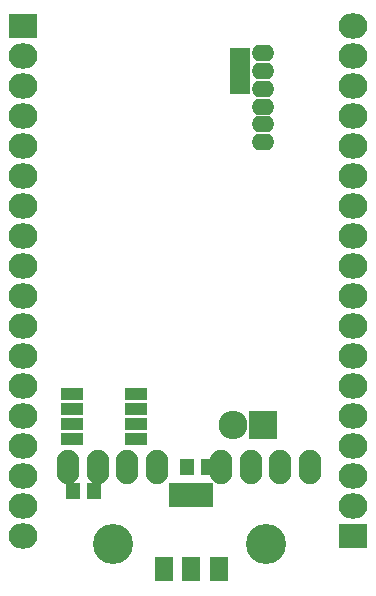
<source format=gbr>
G04 #@! TF.FileFunction,Soldermask,Bot*
%FSLAX46Y46*%
G04 Gerber Fmt 4.6, Leading zero omitted, Abs format (unit mm)*
G04 Created by KiCad (PCBNEW 4.0.4-stable) date 11/06/16 21:39:48*
%MOMM*%
%LPD*%
G01*
G04 APERTURE LIST*
%ADD10C,0.100000*%
%ADD11R,1.600000X2.100000*%
%ADD12R,3.700000X2.100000*%
%ADD13R,1.200000X1.400000*%
%ADD14O,1.900000X2.900000*%
%ADD15C,3.400000*%
%ADD16R,1.950000X1.000000*%
%ADD17O,1.924000X1.400000*%
%ADD18R,2.432000X2.127200*%
%ADD19O,2.432000X2.127200*%
%ADD20R,2.432000X2.432000*%
%ADD21O,2.432000X2.432000*%
%ADD22R,1.670000X1.365200*%
G04 APERTURE END LIST*
D10*
D11*
X19064000Y-48514000D03*
X16764000Y-48514000D03*
X14464000Y-48514000D03*
D12*
X16764000Y-42214000D03*
D13*
X8520000Y-41910000D03*
X6720000Y-41910000D03*
X16372000Y-39878000D03*
X18172000Y-39878000D03*
D14*
X6350000Y-39878000D03*
X8850000Y-39878000D03*
X11350000Y-39878000D03*
X13850000Y-39878000D03*
D15*
X10100000Y-46378000D03*
D14*
X19304000Y-39878000D03*
X21804000Y-39878000D03*
X24304000Y-39878000D03*
X26804000Y-39878000D03*
D15*
X23054000Y-46378000D03*
D16*
X6698000Y-37465000D03*
X6698000Y-36195000D03*
X6698000Y-34925000D03*
X6698000Y-33655000D03*
X12098000Y-33655000D03*
X12098000Y-34925000D03*
X12098000Y-36195000D03*
X12098000Y-37465000D03*
D17*
X22860000Y-4826000D03*
X22860000Y-6326000D03*
X22860000Y-7826000D03*
X22860000Y-9326000D03*
X22860000Y-10826000D03*
X22860000Y-12326000D03*
D18*
X2540000Y-2540000D03*
D19*
X2540000Y-5080000D03*
X2540000Y-7620000D03*
X2540000Y-10160000D03*
X2540000Y-12700000D03*
X2540000Y-15240000D03*
X2540000Y-17780000D03*
X2540000Y-20320000D03*
X2540000Y-22860000D03*
X2540000Y-25400000D03*
X2540000Y-27940000D03*
X2540000Y-30480000D03*
X2540000Y-33020000D03*
X2540000Y-35560000D03*
X2540000Y-38100000D03*
X2540000Y-40640000D03*
X2540000Y-43180000D03*
X2540000Y-45720000D03*
D18*
X30480000Y-45720000D03*
D19*
X30480000Y-43180000D03*
X30480000Y-40640000D03*
X30480000Y-38100000D03*
X30480000Y-35560000D03*
X30480000Y-33020000D03*
X30480000Y-30480000D03*
X30480000Y-27940000D03*
X30480000Y-25400000D03*
X30480000Y-22860000D03*
X30480000Y-20320000D03*
X30480000Y-17780000D03*
X30480000Y-15240000D03*
X30480000Y-12700000D03*
X30480000Y-10160000D03*
X30480000Y-7620000D03*
X30480000Y-5080000D03*
X30480000Y-2540000D03*
D20*
X22860000Y-36322000D03*
D21*
X20320000Y-36322000D03*
D22*
X20900000Y-5030000D03*
X20900000Y-6300000D03*
X20900000Y-7570000D03*
M02*

</source>
